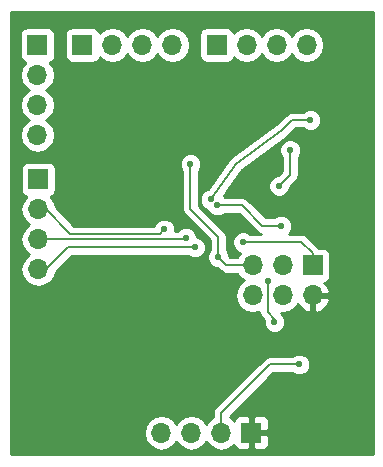
<source format=gbr>
G04 #@! TF.FileFunction,Copper,L2,Bot,Signal*
%FSLAX46Y46*%
G04 Gerber Fmt 4.6, Leading zero omitted, Abs format (unit mm)*
G04 Created by KiCad (PCBNEW 4.0.7) date 11/26/17 09:03:08*
%MOMM*%
%LPD*%
G01*
G04 APERTURE LIST*
%ADD10C,0.100000*%
%ADD11R,1.700000X1.700000*%
%ADD12O,1.700000X1.700000*%
%ADD13C,0.590000*%
%ADD14C,0.160000*%
%ADD15C,0.254000*%
G04 APERTURE END LIST*
D10*
D11*
X175768000Y-126111000D03*
D12*
X175768000Y-128651000D03*
X173228000Y-126111000D03*
X173228000Y-128651000D03*
X170688000Y-126111000D03*
X170688000Y-128651000D03*
D11*
X170561000Y-140271500D03*
D12*
X168021000Y-140271500D03*
X165481000Y-140271500D03*
X162941000Y-140271500D03*
D11*
X152463500Y-107442000D03*
D12*
X152463500Y-109982000D03*
X152463500Y-112522000D03*
X152463500Y-115062000D03*
D11*
X152527000Y-118808500D03*
D12*
X152527000Y-121348500D03*
X152527000Y-123888500D03*
X152527000Y-126428500D03*
D11*
X167640000Y-107442000D03*
D12*
X170180000Y-107442000D03*
X172720000Y-107442000D03*
X175260000Y-107442000D03*
D11*
X156273500Y-107442000D03*
D12*
X158813500Y-107442000D03*
X161353500Y-107442000D03*
X163893500Y-107442000D03*
D13*
X172783500Y-120586500D03*
X176022000Y-122174000D03*
X164147500Y-119443500D03*
X164084000Y-117856000D03*
X160020000Y-135699500D03*
X180149500Y-114998500D03*
X163893500Y-128143000D03*
X171958000Y-127444500D03*
X172529500Y-130873500D03*
X174625000Y-134493000D03*
X169862500Y-124142500D03*
X163195000Y-123063000D03*
X165036500Y-123761500D03*
X165798500Y-124587000D03*
X173863000Y-116332000D03*
X172910500Y-119380000D03*
X167703500Y-121031000D03*
X173101000Y-122745500D03*
X165417500Y-117538500D03*
X167767000Y-125412500D03*
X167132000Y-120523000D03*
X175577500Y-113792000D03*
D14*
X173736000Y-121539000D02*
X172783500Y-120586500D01*
X175387000Y-121539000D02*
X173736000Y-121539000D01*
X176022000Y-122174000D02*
X175387000Y-121539000D01*
X171958000Y-127444500D02*
X171958000Y-130048000D01*
X171958000Y-130048000D02*
X172529500Y-130619500D01*
X172529500Y-130619500D02*
X172529500Y-130873500D01*
X168021000Y-140271500D02*
X168021000Y-138620500D01*
X172148500Y-134493000D02*
X174625000Y-134493000D01*
X168021000Y-138620500D02*
X172148500Y-134493000D01*
X175768000Y-126111000D02*
X175768000Y-125095000D01*
X174815500Y-124142500D02*
X169862500Y-124142500D01*
X175768000Y-125095000D02*
X174815500Y-124142500D01*
X152527000Y-121348500D02*
X153162000Y-121348500D01*
X153162000Y-121348500D02*
X155257500Y-123444000D01*
X155257500Y-123444000D02*
X162814000Y-123444000D01*
X162814000Y-123444000D02*
X163195000Y-123063000D01*
X152527000Y-123888500D02*
X164909500Y-123888500D01*
X164909500Y-123888500D02*
X165036500Y-123761500D01*
X152527000Y-126428500D02*
X153225500Y-126428500D01*
X153225500Y-126428500D02*
X155067000Y-124587000D01*
X155067000Y-124587000D02*
X165798500Y-124587000D01*
X173863000Y-118427500D02*
X173863000Y-116332000D01*
X172910500Y-119380000D02*
X173863000Y-118427500D01*
X167703500Y-121031000D02*
X169799000Y-121031000D01*
X171513500Y-122745500D02*
X173101000Y-122745500D01*
X169799000Y-121031000D02*
X171513500Y-122745500D01*
X167767000Y-123698000D02*
X165417500Y-121348500D01*
X165417500Y-121348500D02*
X165417500Y-117538500D01*
X167767000Y-125412500D02*
X167767000Y-123698000D01*
X170688000Y-126111000D02*
X168465500Y-126111000D01*
X168465500Y-126111000D02*
X167767000Y-125412500D01*
X167132000Y-120523000D02*
X169291000Y-117538500D01*
X174053500Y-113792000D02*
X175577500Y-113792000D01*
X173164500Y-114681000D02*
X174053500Y-113792000D01*
X169291000Y-117538500D02*
X173164500Y-114681000D01*
D15*
G36*
X180836500Y-142101500D02*
X150189000Y-142101500D01*
X150189000Y-140242407D01*
X161456000Y-140242407D01*
X161456000Y-140300593D01*
X161569039Y-140868878D01*
X161890946Y-141350647D01*
X162372715Y-141672554D01*
X162941000Y-141785593D01*
X163509285Y-141672554D01*
X163991054Y-141350647D01*
X164211000Y-141021474D01*
X164430946Y-141350647D01*
X164912715Y-141672554D01*
X165481000Y-141785593D01*
X166049285Y-141672554D01*
X166531054Y-141350647D01*
X166751000Y-141021474D01*
X166970946Y-141350647D01*
X167452715Y-141672554D01*
X168021000Y-141785593D01*
X168589285Y-141672554D01*
X169071054Y-141350647D01*
X169100403Y-141306723D01*
X169172673Y-141481198D01*
X169351301Y-141659827D01*
X169584690Y-141756500D01*
X170275250Y-141756500D01*
X170434000Y-141597750D01*
X170434000Y-140398500D01*
X170688000Y-140398500D01*
X170688000Y-141597750D01*
X170846750Y-141756500D01*
X171537310Y-141756500D01*
X171770699Y-141659827D01*
X171949327Y-141481198D01*
X172046000Y-141247809D01*
X172046000Y-140557250D01*
X171887250Y-140398500D01*
X170688000Y-140398500D01*
X170434000Y-140398500D01*
X170414000Y-140398500D01*
X170414000Y-140144500D01*
X170434000Y-140144500D01*
X170434000Y-138945250D01*
X170688000Y-138945250D01*
X170688000Y-140144500D01*
X171887250Y-140144500D01*
X172046000Y-139985750D01*
X172046000Y-139295191D01*
X171949327Y-139061802D01*
X171770699Y-138883173D01*
X171537310Y-138786500D01*
X170846750Y-138786500D01*
X170688000Y-138945250D01*
X170434000Y-138945250D01*
X170275250Y-138786500D01*
X169584690Y-138786500D01*
X169351301Y-138883173D01*
X169172673Y-139061802D01*
X169100403Y-139236277D01*
X169071054Y-139192353D01*
X168736000Y-138968478D01*
X168736000Y-138916662D01*
X172444663Y-135208000D01*
X174024680Y-135208000D01*
X174097509Y-135280956D01*
X174439200Y-135422838D01*
X174809177Y-135423161D01*
X175151115Y-135281876D01*
X175412956Y-135020491D01*
X175554838Y-134678800D01*
X175555161Y-134308823D01*
X175413876Y-133966885D01*
X175152491Y-133705044D01*
X174810800Y-133563162D01*
X174440823Y-133562839D01*
X174098885Y-133704124D01*
X174024880Y-133778000D01*
X172148500Y-133778000D01*
X171874881Y-133832426D01*
X171642918Y-133987419D01*
X167515419Y-138114919D01*
X167360426Y-138346881D01*
X167306000Y-138620500D01*
X167306000Y-138968478D01*
X166970946Y-139192353D01*
X166751000Y-139521526D01*
X166531054Y-139192353D01*
X166049285Y-138870446D01*
X165481000Y-138757407D01*
X164912715Y-138870446D01*
X164430946Y-139192353D01*
X164211000Y-139521526D01*
X163991054Y-139192353D01*
X163509285Y-138870446D01*
X162941000Y-138757407D01*
X162372715Y-138870446D01*
X161890946Y-139192353D01*
X161569039Y-139674122D01*
X161456000Y-140242407D01*
X150189000Y-140242407D01*
X150189000Y-121348500D01*
X151012907Y-121348500D01*
X151125946Y-121916785D01*
X151447853Y-122398554D01*
X151777026Y-122618500D01*
X151447853Y-122838446D01*
X151125946Y-123320215D01*
X151012907Y-123888500D01*
X151125946Y-124456785D01*
X151447853Y-124938554D01*
X151777026Y-125158500D01*
X151447853Y-125378446D01*
X151125946Y-125860215D01*
X151012907Y-126428500D01*
X151125946Y-126996785D01*
X151447853Y-127478554D01*
X151929622Y-127800461D01*
X152497907Y-127913500D01*
X152556093Y-127913500D01*
X153124378Y-127800461D01*
X153606147Y-127478554D01*
X153928054Y-126996785D01*
X153992533Y-126672630D01*
X155363163Y-125302000D01*
X165198180Y-125302000D01*
X165271009Y-125374956D01*
X165612700Y-125516838D01*
X165982677Y-125517161D01*
X166324615Y-125375876D01*
X166586456Y-125114491D01*
X166728338Y-124772800D01*
X166728661Y-124402823D01*
X166587376Y-124060885D01*
X166325991Y-123799044D01*
X165984300Y-123657162D01*
X165966591Y-123657147D01*
X165966661Y-123577323D01*
X165825376Y-123235385D01*
X165563991Y-122973544D01*
X165222300Y-122831662D01*
X164852323Y-122831339D01*
X164510385Y-122972624D01*
X164309159Y-123173500D01*
X164124904Y-123173500D01*
X164125161Y-122878823D01*
X163983876Y-122536885D01*
X163722491Y-122275044D01*
X163380800Y-122133162D01*
X163010823Y-122132839D01*
X162668885Y-122274124D01*
X162407044Y-122535509D01*
X162326700Y-122729000D01*
X155553663Y-122729000D01*
X154008300Y-121183638D01*
X153928054Y-120780215D01*
X153606147Y-120298446D01*
X153564548Y-120270650D01*
X153612317Y-120261662D01*
X153828441Y-120122590D01*
X153973431Y-119910390D01*
X154024440Y-119658500D01*
X154024440Y-117958500D01*
X153980162Y-117723183D01*
X153979837Y-117722677D01*
X164487339Y-117722677D01*
X164628624Y-118064615D01*
X164702500Y-118138620D01*
X164702500Y-121348500D01*
X164756926Y-121622119D01*
X164911919Y-121854081D01*
X167052000Y-123994163D01*
X167052000Y-124812180D01*
X166979044Y-124885009D01*
X166837162Y-125226700D01*
X166836839Y-125596677D01*
X166978124Y-125938615D01*
X167239509Y-126200456D01*
X167581200Y-126342338D01*
X167685767Y-126342429D01*
X167959919Y-126616581D01*
X168191881Y-126771574D01*
X168465500Y-126826000D01*
X169394631Y-126826000D01*
X169637946Y-127190147D01*
X169923578Y-127381000D01*
X169637946Y-127571853D01*
X169316039Y-128053622D01*
X169203000Y-128621907D01*
X169203000Y-128680093D01*
X169316039Y-129248378D01*
X169637946Y-129730147D01*
X170119715Y-130052054D01*
X170688000Y-130165093D01*
X171244281Y-130054442D01*
X171297426Y-130321619D01*
X171452419Y-130553581D01*
X171599651Y-130700813D01*
X171599339Y-131057677D01*
X171740624Y-131399615D01*
X172002009Y-131661456D01*
X172343700Y-131803338D01*
X172713677Y-131803661D01*
X173055615Y-131662376D01*
X173317456Y-131400991D01*
X173459338Y-131059300D01*
X173459661Y-130689323D01*
X173318376Y-130347385D01*
X173113707Y-130142359D01*
X173228000Y-130165093D01*
X173796285Y-130052054D01*
X174278054Y-129730147D01*
X174505702Y-129389447D01*
X174572817Y-129532358D01*
X175001076Y-129922645D01*
X175411110Y-130092476D01*
X175641000Y-129971155D01*
X175641000Y-128778000D01*
X175895000Y-128778000D01*
X175895000Y-129971155D01*
X176124890Y-130092476D01*
X176534924Y-129922645D01*
X176963183Y-129532358D01*
X177209486Y-129007892D01*
X177088819Y-128778000D01*
X175895000Y-128778000D01*
X175641000Y-128778000D01*
X175621000Y-128778000D01*
X175621000Y-128524000D01*
X175641000Y-128524000D01*
X175641000Y-128504000D01*
X175895000Y-128504000D01*
X175895000Y-128524000D01*
X177088819Y-128524000D01*
X177209486Y-128294108D01*
X176963183Y-127769642D01*
X176757496Y-127582192D01*
X176853317Y-127564162D01*
X177069441Y-127425090D01*
X177214431Y-127212890D01*
X177265440Y-126961000D01*
X177265440Y-125261000D01*
X177221162Y-125025683D01*
X177082090Y-124809559D01*
X176869890Y-124664569D01*
X176618000Y-124613560D01*
X176289712Y-124613560D01*
X176273581Y-124589418D01*
X175321081Y-123636919D01*
X175089119Y-123481926D01*
X174815500Y-123427500D01*
X173734177Y-123427500D01*
X173888956Y-123272991D01*
X174030838Y-122931300D01*
X174031161Y-122561323D01*
X173889876Y-122219385D01*
X173628491Y-121957544D01*
X173286800Y-121815662D01*
X172916823Y-121815339D01*
X172574885Y-121956624D01*
X172500880Y-122030500D01*
X171809662Y-122030500D01*
X170304581Y-120525419D01*
X170072619Y-120370426D01*
X169799000Y-120316000D01*
X168303820Y-120316000D01*
X168230991Y-120243044D01*
X168220226Y-120238574D01*
X168708087Y-119564177D01*
X171980339Y-119564177D01*
X172121624Y-119906115D01*
X172383009Y-120167956D01*
X172724700Y-120309838D01*
X173094677Y-120310161D01*
X173436615Y-120168876D01*
X173698456Y-119907491D01*
X173840338Y-119565800D01*
X173840429Y-119461233D01*
X174368581Y-118933082D01*
X174523574Y-118701119D01*
X174545453Y-118591124D01*
X174578000Y-118427500D01*
X174578000Y-116932320D01*
X174650956Y-116859491D01*
X174792838Y-116517800D01*
X174793161Y-116147823D01*
X174651876Y-115805885D01*
X174390491Y-115544044D01*
X174048800Y-115402162D01*
X173678823Y-115401839D01*
X173336885Y-115543124D01*
X173075044Y-115804509D01*
X172933162Y-116146200D01*
X172932839Y-116516177D01*
X173074124Y-116858115D01*
X173148000Y-116932120D01*
X173148000Y-118131337D01*
X172829409Y-118449929D01*
X172726323Y-118449839D01*
X172384385Y-118591124D01*
X172122544Y-118852509D01*
X171980662Y-119194200D01*
X171980339Y-119564177D01*
X168708087Y-119564177D01*
X169805053Y-118047784D01*
X173588959Y-115256378D01*
X173625263Y-115216528D01*
X173670081Y-115186581D01*
X174349662Y-114507000D01*
X174977180Y-114507000D01*
X175050009Y-114579956D01*
X175391700Y-114721838D01*
X175761677Y-114722161D01*
X176103615Y-114580876D01*
X176365456Y-114319491D01*
X176507338Y-113977800D01*
X176507661Y-113607823D01*
X176366376Y-113265885D01*
X176104991Y-113004044D01*
X175763300Y-112862162D01*
X175393323Y-112861839D01*
X175051385Y-113003124D01*
X174977380Y-113077000D01*
X174053500Y-113077000D01*
X173779881Y-113131426D01*
X173578650Y-113265885D01*
X173547919Y-113286419D01*
X172696864Y-114137474D01*
X168866541Y-116963122D01*
X168792389Y-117044519D01*
X168711689Y-117119425D01*
X166911577Y-119607815D01*
X166605885Y-119734124D01*
X166344044Y-119995509D01*
X166202162Y-120337200D01*
X166201839Y-120707177D01*
X166343124Y-121049115D01*
X166604509Y-121310956D01*
X166856075Y-121415415D01*
X166914624Y-121557115D01*
X167176009Y-121818956D01*
X167517700Y-121960838D01*
X167887677Y-121961161D01*
X168229615Y-121819876D01*
X168303620Y-121746000D01*
X169502838Y-121746000D01*
X171007919Y-123251081D01*
X171239881Y-123406074D01*
X171347597Y-123427500D01*
X170462820Y-123427500D01*
X170389991Y-123354544D01*
X170048300Y-123212662D01*
X169678323Y-123212339D01*
X169336385Y-123353624D01*
X169074544Y-123615009D01*
X168932662Y-123956700D01*
X168932339Y-124326677D01*
X169073624Y-124668615D01*
X169335009Y-124930456D01*
X169625187Y-125050948D01*
X169394631Y-125396000D01*
X168761662Y-125396000D01*
X168697071Y-125331409D01*
X168697161Y-125228323D01*
X168555876Y-124886385D01*
X168482000Y-124812380D01*
X168482000Y-123698000D01*
X168427574Y-123424381D01*
X168326418Y-123272991D01*
X168272582Y-123192419D01*
X166132500Y-121052338D01*
X166132500Y-118138820D01*
X166205456Y-118065991D01*
X166347338Y-117724300D01*
X166347661Y-117354323D01*
X166206376Y-117012385D01*
X165944991Y-116750544D01*
X165603300Y-116608662D01*
X165233323Y-116608339D01*
X164891385Y-116749624D01*
X164629544Y-117011009D01*
X164487662Y-117352700D01*
X164487339Y-117722677D01*
X153979837Y-117722677D01*
X153841090Y-117507059D01*
X153628890Y-117362069D01*
X153377000Y-117311060D01*
X151677000Y-117311060D01*
X151441683Y-117355338D01*
X151225559Y-117494410D01*
X151080569Y-117706610D01*
X151029560Y-117958500D01*
X151029560Y-119658500D01*
X151073838Y-119893817D01*
X151212910Y-120109941D01*
X151425110Y-120254931D01*
X151492541Y-120268586D01*
X151447853Y-120298446D01*
X151125946Y-120780215D01*
X151012907Y-121348500D01*
X150189000Y-121348500D01*
X150189000Y-109982000D01*
X150949407Y-109982000D01*
X151062446Y-110550285D01*
X151384353Y-111032054D01*
X151713526Y-111252000D01*
X151384353Y-111471946D01*
X151062446Y-111953715D01*
X150949407Y-112522000D01*
X151062446Y-113090285D01*
X151384353Y-113572054D01*
X151713526Y-113792000D01*
X151384353Y-114011946D01*
X151062446Y-114493715D01*
X150949407Y-115062000D01*
X151062446Y-115630285D01*
X151384353Y-116112054D01*
X151866122Y-116433961D01*
X152434407Y-116547000D01*
X152492593Y-116547000D01*
X153060878Y-116433961D01*
X153542647Y-116112054D01*
X153864554Y-115630285D01*
X153977593Y-115062000D01*
X153864554Y-114493715D01*
X153542647Y-114011946D01*
X153213474Y-113792000D01*
X153542647Y-113572054D01*
X153864554Y-113090285D01*
X153977593Y-112522000D01*
X153864554Y-111953715D01*
X153542647Y-111471946D01*
X153213474Y-111252000D01*
X153542647Y-111032054D01*
X153864554Y-110550285D01*
X153977593Y-109982000D01*
X153864554Y-109413715D01*
X153542647Y-108931946D01*
X153501048Y-108904150D01*
X153548817Y-108895162D01*
X153764941Y-108756090D01*
X153909931Y-108543890D01*
X153960940Y-108292000D01*
X153960940Y-106592000D01*
X154776060Y-106592000D01*
X154776060Y-108292000D01*
X154820338Y-108527317D01*
X154959410Y-108743441D01*
X155171610Y-108888431D01*
X155423500Y-108939440D01*
X157123500Y-108939440D01*
X157358817Y-108895162D01*
X157574941Y-108756090D01*
X157719931Y-108543890D01*
X157733586Y-108476459D01*
X157763446Y-108521147D01*
X158245215Y-108843054D01*
X158813500Y-108956093D01*
X159381785Y-108843054D01*
X159863554Y-108521147D01*
X160083500Y-108191974D01*
X160303446Y-108521147D01*
X160785215Y-108843054D01*
X161353500Y-108956093D01*
X161921785Y-108843054D01*
X162403554Y-108521147D01*
X162623500Y-108191974D01*
X162843446Y-108521147D01*
X163325215Y-108843054D01*
X163893500Y-108956093D01*
X164461785Y-108843054D01*
X164943554Y-108521147D01*
X165265461Y-108039378D01*
X165378500Y-107471093D01*
X165378500Y-107412907D01*
X165265461Y-106844622D01*
X165096665Y-106592000D01*
X166142560Y-106592000D01*
X166142560Y-108292000D01*
X166186838Y-108527317D01*
X166325910Y-108743441D01*
X166538110Y-108888431D01*
X166790000Y-108939440D01*
X168490000Y-108939440D01*
X168725317Y-108895162D01*
X168941441Y-108756090D01*
X169086431Y-108543890D01*
X169100086Y-108476459D01*
X169129946Y-108521147D01*
X169611715Y-108843054D01*
X170180000Y-108956093D01*
X170748285Y-108843054D01*
X171230054Y-108521147D01*
X171450000Y-108191974D01*
X171669946Y-108521147D01*
X172151715Y-108843054D01*
X172720000Y-108956093D01*
X173288285Y-108843054D01*
X173770054Y-108521147D01*
X173990000Y-108191974D01*
X174209946Y-108521147D01*
X174691715Y-108843054D01*
X175260000Y-108956093D01*
X175828285Y-108843054D01*
X176310054Y-108521147D01*
X176631961Y-108039378D01*
X176745000Y-107471093D01*
X176745000Y-107412907D01*
X176631961Y-106844622D01*
X176310054Y-106362853D01*
X175828285Y-106040946D01*
X175260000Y-105927907D01*
X174691715Y-106040946D01*
X174209946Y-106362853D01*
X173990000Y-106692026D01*
X173770054Y-106362853D01*
X173288285Y-106040946D01*
X172720000Y-105927907D01*
X172151715Y-106040946D01*
X171669946Y-106362853D01*
X171450000Y-106692026D01*
X171230054Y-106362853D01*
X170748285Y-106040946D01*
X170180000Y-105927907D01*
X169611715Y-106040946D01*
X169129946Y-106362853D01*
X169102150Y-106404452D01*
X169093162Y-106356683D01*
X168954090Y-106140559D01*
X168741890Y-105995569D01*
X168490000Y-105944560D01*
X166790000Y-105944560D01*
X166554683Y-105988838D01*
X166338559Y-106127910D01*
X166193569Y-106340110D01*
X166142560Y-106592000D01*
X165096665Y-106592000D01*
X164943554Y-106362853D01*
X164461785Y-106040946D01*
X163893500Y-105927907D01*
X163325215Y-106040946D01*
X162843446Y-106362853D01*
X162623500Y-106692026D01*
X162403554Y-106362853D01*
X161921785Y-106040946D01*
X161353500Y-105927907D01*
X160785215Y-106040946D01*
X160303446Y-106362853D01*
X160083500Y-106692026D01*
X159863554Y-106362853D01*
X159381785Y-106040946D01*
X158813500Y-105927907D01*
X158245215Y-106040946D01*
X157763446Y-106362853D01*
X157735650Y-106404452D01*
X157726662Y-106356683D01*
X157587590Y-106140559D01*
X157375390Y-105995569D01*
X157123500Y-105944560D01*
X155423500Y-105944560D01*
X155188183Y-105988838D01*
X154972059Y-106127910D01*
X154827069Y-106340110D01*
X154776060Y-106592000D01*
X153960940Y-106592000D01*
X153916662Y-106356683D01*
X153777590Y-106140559D01*
X153565390Y-105995569D01*
X153313500Y-105944560D01*
X151613500Y-105944560D01*
X151378183Y-105988838D01*
X151162059Y-106127910D01*
X151017069Y-106340110D01*
X150966060Y-106592000D01*
X150966060Y-108292000D01*
X151010338Y-108527317D01*
X151149410Y-108743441D01*
X151361610Y-108888431D01*
X151429041Y-108902086D01*
X151384353Y-108931946D01*
X151062446Y-109413715D01*
X150949407Y-109982000D01*
X150189000Y-109982000D01*
X150189000Y-104648000D01*
X180836500Y-104648000D01*
X180836500Y-142101500D01*
X180836500Y-142101500D01*
G37*
X180836500Y-142101500D02*
X150189000Y-142101500D01*
X150189000Y-140242407D01*
X161456000Y-140242407D01*
X161456000Y-140300593D01*
X161569039Y-140868878D01*
X161890946Y-141350647D01*
X162372715Y-141672554D01*
X162941000Y-141785593D01*
X163509285Y-141672554D01*
X163991054Y-141350647D01*
X164211000Y-141021474D01*
X164430946Y-141350647D01*
X164912715Y-141672554D01*
X165481000Y-141785593D01*
X166049285Y-141672554D01*
X166531054Y-141350647D01*
X166751000Y-141021474D01*
X166970946Y-141350647D01*
X167452715Y-141672554D01*
X168021000Y-141785593D01*
X168589285Y-141672554D01*
X169071054Y-141350647D01*
X169100403Y-141306723D01*
X169172673Y-141481198D01*
X169351301Y-141659827D01*
X169584690Y-141756500D01*
X170275250Y-141756500D01*
X170434000Y-141597750D01*
X170434000Y-140398500D01*
X170688000Y-140398500D01*
X170688000Y-141597750D01*
X170846750Y-141756500D01*
X171537310Y-141756500D01*
X171770699Y-141659827D01*
X171949327Y-141481198D01*
X172046000Y-141247809D01*
X172046000Y-140557250D01*
X171887250Y-140398500D01*
X170688000Y-140398500D01*
X170434000Y-140398500D01*
X170414000Y-140398500D01*
X170414000Y-140144500D01*
X170434000Y-140144500D01*
X170434000Y-138945250D01*
X170688000Y-138945250D01*
X170688000Y-140144500D01*
X171887250Y-140144500D01*
X172046000Y-139985750D01*
X172046000Y-139295191D01*
X171949327Y-139061802D01*
X171770699Y-138883173D01*
X171537310Y-138786500D01*
X170846750Y-138786500D01*
X170688000Y-138945250D01*
X170434000Y-138945250D01*
X170275250Y-138786500D01*
X169584690Y-138786500D01*
X169351301Y-138883173D01*
X169172673Y-139061802D01*
X169100403Y-139236277D01*
X169071054Y-139192353D01*
X168736000Y-138968478D01*
X168736000Y-138916662D01*
X172444663Y-135208000D01*
X174024680Y-135208000D01*
X174097509Y-135280956D01*
X174439200Y-135422838D01*
X174809177Y-135423161D01*
X175151115Y-135281876D01*
X175412956Y-135020491D01*
X175554838Y-134678800D01*
X175555161Y-134308823D01*
X175413876Y-133966885D01*
X175152491Y-133705044D01*
X174810800Y-133563162D01*
X174440823Y-133562839D01*
X174098885Y-133704124D01*
X174024880Y-133778000D01*
X172148500Y-133778000D01*
X171874881Y-133832426D01*
X171642918Y-133987419D01*
X167515419Y-138114919D01*
X167360426Y-138346881D01*
X167306000Y-138620500D01*
X167306000Y-138968478D01*
X166970946Y-139192353D01*
X166751000Y-139521526D01*
X166531054Y-139192353D01*
X166049285Y-138870446D01*
X165481000Y-138757407D01*
X164912715Y-138870446D01*
X164430946Y-139192353D01*
X164211000Y-139521526D01*
X163991054Y-139192353D01*
X163509285Y-138870446D01*
X162941000Y-138757407D01*
X162372715Y-138870446D01*
X161890946Y-139192353D01*
X161569039Y-139674122D01*
X161456000Y-140242407D01*
X150189000Y-140242407D01*
X150189000Y-121348500D01*
X151012907Y-121348500D01*
X151125946Y-121916785D01*
X151447853Y-122398554D01*
X151777026Y-122618500D01*
X151447853Y-122838446D01*
X151125946Y-123320215D01*
X151012907Y-123888500D01*
X151125946Y-124456785D01*
X151447853Y-124938554D01*
X151777026Y-125158500D01*
X151447853Y-125378446D01*
X151125946Y-125860215D01*
X151012907Y-126428500D01*
X151125946Y-126996785D01*
X151447853Y-127478554D01*
X151929622Y-127800461D01*
X152497907Y-127913500D01*
X152556093Y-127913500D01*
X153124378Y-127800461D01*
X153606147Y-127478554D01*
X153928054Y-126996785D01*
X153992533Y-126672630D01*
X155363163Y-125302000D01*
X165198180Y-125302000D01*
X165271009Y-125374956D01*
X165612700Y-125516838D01*
X165982677Y-125517161D01*
X166324615Y-125375876D01*
X166586456Y-125114491D01*
X166728338Y-124772800D01*
X166728661Y-124402823D01*
X166587376Y-124060885D01*
X166325991Y-123799044D01*
X165984300Y-123657162D01*
X165966591Y-123657147D01*
X165966661Y-123577323D01*
X165825376Y-123235385D01*
X165563991Y-122973544D01*
X165222300Y-122831662D01*
X164852323Y-122831339D01*
X164510385Y-122972624D01*
X164309159Y-123173500D01*
X164124904Y-123173500D01*
X164125161Y-122878823D01*
X163983876Y-122536885D01*
X163722491Y-122275044D01*
X163380800Y-122133162D01*
X163010823Y-122132839D01*
X162668885Y-122274124D01*
X162407044Y-122535509D01*
X162326700Y-122729000D01*
X155553663Y-122729000D01*
X154008300Y-121183638D01*
X153928054Y-120780215D01*
X153606147Y-120298446D01*
X153564548Y-120270650D01*
X153612317Y-120261662D01*
X153828441Y-120122590D01*
X153973431Y-119910390D01*
X154024440Y-119658500D01*
X154024440Y-117958500D01*
X153980162Y-117723183D01*
X153979837Y-117722677D01*
X164487339Y-117722677D01*
X164628624Y-118064615D01*
X164702500Y-118138620D01*
X164702500Y-121348500D01*
X164756926Y-121622119D01*
X164911919Y-121854081D01*
X167052000Y-123994163D01*
X167052000Y-124812180D01*
X166979044Y-124885009D01*
X166837162Y-125226700D01*
X166836839Y-125596677D01*
X166978124Y-125938615D01*
X167239509Y-126200456D01*
X167581200Y-126342338D01*
X167685767Y-126342429D01*
X167959919Y-126616581D01*
X168191881Y-126771574D01*
X168465500Y-126826000D01*
X169394631Y-126826000D01*
X169637946Y-127190147D01*
X169923578Y-127381000D01*
X169637946Y-127571853D01*
X169316039Y-128053622D01*
X169203000Y-128621907D01*
X169203000Y-128680093D01*
X169316039Y-129248378D01*
X169637946Y-129730147D01*
X170119715Y-130052054D01*
X170688000Y-130165093D01*
X171244281Y-130054442D01*
X171297426Y-130321619D01*
X171452419Y-130553581D01*
X171599651Y-130700813D01*
X171599339Y-131057677D01*
X171740624Y-131399615D01*
X172002009Y-131661456D01*
X172343700Y-131803338D01*
X172713677Y-131803661D01*
X173055615Y-131662376D01*
X173317456Y-131400991D01*
X173459338Y-131059300D01*
X173459661Y-130689323D01*
X173318376Y-130347385D01*
X173113707Y-130142359D01*
X173228000Y-130165093D01*
X173796285Y-130052054D01*
X174278054Y-129730147D01*
X174505702Y-129389447D01*
X174572817Y-129532358D01*
X175001076Y-129922645D01*
X175411110Y-130092476D01*
X175641000Y-129971155D01*
X175641000Y-128778000D01*
X175895000Y-128778000D01*
X175895000Y-129971155D01*
X176124890Y-130092476D01*
X176534924Y-129922645D01*
X176963183Y-129532358D01*
X177209486Y-129007892D01*
X177088819Y-128778000D01*
X175895000Y-128778000D01*
X175641000Y-128778000D01*
X175621000Y-128778000D01*
X175621000Y-128524000D01*
X175641000Y-128524000D01*
X175641000Y-128504000D01*
X175895000Y-128504000D01*
X175895000Y-128524000D01*
X177088819Y-128524000D01*
X177209486Y-128294108D01*
X176963183Y-127769642D01*
X176757496Y-127582192D01*
X176853317Y-127564162D01*
X177069441Y-127425090D01*
X177214431Y-127212890D01*
X177265440Y-126961000D01*
X177265440Y-125261000D01*
X177221162Y-125025683D01*
X177082090Y-124809559D01*
X176869890Y-124664569D01*
X176618000Y-124613560D01*
X176289712Y-124613560D01*
X176273581Y-124589418D01*
X175321081Y-123636919D01*
X175089119Y-123481926D01*
X174815500Y-123427500D01*
X173734177Y-123427500D01*
X173888956Y-123272991D01*
X174030838Y-122931300D01*
X174031161Y-122561323D01*
X173889876Y-122219385D01*
X173628491Y-121957544D01*
X173286800Y-121815662D01*
X172916823Y-121815339D01*
X172574885Y-121956624D01*
X172500880Y-122030500D01*
X171809662Y-122030500D01*
X170304581Y-120525419D01*
X170072619Y-120370426D01*
X169799000Y-120316000D01*
X168303820Y-120316000D01*
X168230991Y-120243044D01*
X168220226Y-120238574D01*
X168708087Y-119564177D01*
X171980339Y-119564177D01*
X172121624Y-119906115D01*
X172383009Y-120167956D01*
X172724700Y-120309838D01*
X173094677Y-120310161D01*
X173436615Y-120168876D01*
X173698456Y-119907491D01*
X173840338Y-119565800D01*
X173840429Y-119461233D01*
X174368581Y-118933082D01*
X174523574Y-118701119D01*
X174545453Y-118591124D01*
X174578000Y-118427500D01*
X174578000Y-116932320D01*
X174650956Y-116859491D01*
X174792838Y-116517800D01*
X174793161Y-116147823D01*
X174651876Y-115805885D01*
X174390491Y-115544044D01*
X174048800Y-115402162D01*
X173678823Y-115401839D01*
X173336885Y-115543124D01*
X173075044Y-115804509D01*
X172933162Y-116146200D01*
X172932839Y-116516177D01*
X173074124Y-116858115D01*
X173148000Y-116932120D01*
X173148000Y-118131337D01*
X172829409Y-118449929D01*
X172726323Y-118449839D01*
X172384385Y-118591124D01*
X172122544Y-118852509D01*
X171980662Y-119194200D01*
X171980339Y-119564177D01*
X168708087Y-119564177D01*
X169805053Y-118047784D01*
X173588959Y-115256378D01*
X173625263Y-115216528D01*
X173670081Y-115186581D01*
X174349662Y-114507000D01*
X174977180Y-114507000D01*
X175050009Y-114579956D01*
X175391700Y-114721838D01*
X175761677Y-114722161D01*
X176103615Y-114580876D01*
X176365456Y-114319491D01*
X176507338Y-113977800D01*
X176507661Y-113607823D01*
X176366376Y-113265885D01*
X176104991Y-113004044D01*
X175763300Y-112862162D01*
X175393323Y-112861839D01*
X175051385Y-113003124D01*
X174977380Y-113077000D01*
X174053500Y-113077000D01*
X173779881Y-113131426D01*
X173578650Y-113265885D01*
X173547919Y-113286419D01*
X172696864Y-114137474D01*
X168866541Y-116963122D01*
X168792389Y-117044519D01*
X168711689Y-117119425D01*
X166911577Y-119607815D01*
X166605885Y-119734124D01*
X166344044Y-119995509D01*
X166202162Y-120337200D01*
X166201839Y-120707177D01*
X166343124Y-121049115D01*
X166604509Y-121310956D01*
X166856075Y-121415415D01*
X166914624Y-121557115D01*
X167176009Y-121818956D01*
X167517700Y-121960838D01*
X167887677Y-121961161D01*
X168229615Y-121819876D01*
X168303620Y-121746000D01*
X169502838Y-121746000D01*
X171007919Y-123251081D01*
X171239881Y-123406074D01*
X171347597Y-123427500D01*
X170462820Y-123427500D01*
X170389991Y-123354544D01*
X170048300Y-123212662D01*
X169678323Y-123212339D01*
X169336385Y-123353624D01*
X169074544Y-123615009D01*
X168932662Y-123956700D01*
X168932339Y-124326677D01*
X169073624Y-124668615D01*
X169335009Y-124930456D01*
X169625187Y-125050948D01*
X169394631Y-125396000D01*
X168761662Y-125396000D01*
X168697071Y-125331409D01*
X168697161Y-125228323D01*
X168555876Y-124886385D01*
X168482000Y-124812380D01*
X168482000Y-123698000D01*
X168427574Y-123424381D01*
X168326418Y-123272991D01*
X168272582Y-123192419D01*
X166132500Y-121052338D01*
X166132500Y-118138820D01*
X166205456Y-118065991D01*
X166347338Y-117724300D01*
X166347661Y-117354323D01*
X166206376Y-117012385D01*
X165944991Y-116750544D01*
X165603300Y-116608662D01*
X165233323Y-116608339D01*
X164891385Y-116749624D01*
X164629544Y-117011009D01*
X164487662Y-117352700D01*
X164487339Y-117722677D01*
X153979837Y-117722677D01*
X153841090Y-117507059D01*
X153628890Y-117362069D01*
X153377000Y-117311060D01*
X151677000Y-117311060D01*
X151441683Y-117355338D01*
X151225559Y-117494410D01*
X151080569Y-117706610D01*
X151029560Y-117958500D01*
X151029560Y-119658500D01*
X151073838Y-119893817D01*
X151212910Y-120109941D01*
X151425110Y-120254931D01*
X151492541Y-120268586D01*
X151447853Y-120298446D01*
X151125946Y-120780215D01*
X151012907Y-121348500D01*
X150189000Y-121348500D01*
X150189000Y-109982000D01*
X150949407Y-109982000D01*
X151062446Y-110550285D01*
X151384353Y-111032054D01*
X151713526Y-111252000D01*
X151384353Y-111471946D01*
X151062446Y-111953715D01*
X150949407Y-112522000D01*
X151062446Y-113090285D01*
X151384353Y-113572054D01*
X151713526Y-113792000D01*
X151384353Y-114011946D01*
X151062446Y-114493715D01*
X150949407Y-115062000D01*
X151062446Y-115630285D01*
X151384353Y-116112054D01*
X151866122Y-116433961D01*
X152434407Y-116547000D01*
X152492593Y-116547000D01*
X153060878Y-116433961D01*
X153542647Y-116112054D01*
X153864554Y-115630285D01*
X153977593Y-115062000D01*
X153864554Y-114493715D01*
X153542647Y-114011946D01*
X153213474Y-113792000D01*
X153542647Y-113572054D01*
X153864554Y-113090285D01*
X153977593Y-112522000D01*
X153864554Y-111953715D01*
X153542647Y-111471946D01*
X153213474Y-111252000D01*
X153542647Y-111032054D01*
X153864554Y-110550285D01*
X153977593Y-109982000D01*
X153864554Y-109413715D01*
X153542647Y-108931946D01*
X153501048Y-108904150D01*
X153548817Y-108895162D01*
X153764941Y-108756090D01*
X153909931Y-108543890D01*
X153960940Y-108292000D01*
X153960940Y-106592000D01*
X154776060Y-106592000D01*
X154776060Y-108292000D01*
X154820338Y-108527317D01*
X154959410Y-108743441D01*
X155171610Y-108888431D01*
X155423500Y-108939440D01*
X157123500Y-108939440D01*
X157358817Y-108895162D01*
X157574941Y-108756090D01*
X157719931Y-108543890D01*
X157733586Y-108476459D01*
X157763446Y-108521147D01*
X158245215Y-108843054D01*
X158813500Y-108956093D01*
X159381785Y-108843054D01*
X159863554Y-108521147D01*
X160083500Y-108191974D01*
X160303446Y-108521147D01*
X160785215Y-108843054D01*
X161353500Y-108956093D01*
X161921785Y-108843054D01*
X162403554Y-108521147D01*
X162623500Y-108191974D01*
X162843446Y-108521147D01*
X163325215Y-108843054D01*
X163893500Y-108956093D01*
X164461785Y-108843054D01*
X164943554Y-108521147D01*
X165265461Y-108039378D01*
X165378500Y-107471093D01*
X165378500Y-107412907D01*
X165265461Y-106844622D01*
X165096665Y-106592000D01*
X166142560Y-106592000D01*
X166142560Y-108292000D01*
X166186838Y-108527317D01*
X166325910Y-108743441D01*
X166538110Y-108888431D01*
X166790000Y-108939440D01*
X168490000Y-108939440D01*
X168725317Y-108895162D01*
X168941441Y-108756090D01*
X169086431Y-108543890D01*
X169100086Y-108476459D01*
X169129946Y-108521147D01*
X169611715Y-108843054D01*
X170180000Y-108956093D01*
X170748285Y-108843054D01*
X171230054Y-108521147D01*
X171450000Y-108191974D01*
X171669946Y-108521147D01*
X172151715Y-108843054D01*
X172720000Y-108956093D01*
X173288285Y-108843054D01*
X173770054Y-108521147D01*
X173990000Y-108191974D01*
X174209946Y-108521147D01*
X174691715Y-108843054D01*
X175260000Y-108956093D01*
X175828285Y-108843054D01*
X176310054Y-108521147D01*
X176631961Y-108039378D01*
X176745000Y-107471093D01*
X176745000Y-107412907D01*
X176631961Y-106844622D01*
X176310054Y-106362853D01*
X175828285Y-106040946D01*
X175260000Y-105927907D01*
X174691715Y-106040946D01*
X174209946Y-106362853D01*
X173990000Y-106692026D01*
X173770054Y-106362853D01*
X173288285Y-106040946D01*
X172720000Y-105927907D01*
X172151715Y-106040946D01*
X171669946Y-106362853D01*
X171450000Y-106692026D01*
X171230054Y-106362853D01*
X170748285Y-106040946D01*
X170180000Y-105927907D01*
X169611715Y-106040946D01*
X169129946Y-106362853D01*
X169102150Y-106404452D01*
X169093162Y-106356683D01*
X168954090Y-106140559D01*
X168741890Y-105995569D01*
X168490000Y-105944560D01*
X166790000Y-105944560D01*
X166554683Y-105988838D01*
X166338559Y-106127910D01*
X166193569Y-106340110D01*
X166142560Y-106592000D01*
X165096665Y-106592000D01*
X164943554Y-106362853D01*
X164461785Y-106040946D01*
X163893500Y-105927907D01*
X163325215Y-106040946D01*
X162843446Y-106362853D01*
X162623500Y-106692026D01*
X162403554Y-106362853D01*
X161921785Y-106040946D01*
X161353500Y-105927907D01*
X160785215Y-106040946D01*
X160303446Y-106362853D01*
X160083500Y-106692026D01*
X159863554Y-106362853D01*
X159381785Y-106040946D01*
X158813500Y-105927907D01*
X158245215Y-106040946D01*
X157763446Y-106362853D01*
X157735650Y-106404452D01*
X157726662Y-106356683D01*
X157587590Y-106140559D01*
X157375390Y-105995569D01*
X157123500Y-105944560D01*
X155423500Y-105944560D01*
X155188183Y-105988838D01*
X154972059Y-106127910D01*
X154827069Y-106340110D01*
X154776060Y-106592000D01*
X153960940Y-106592000D01*
X153916662Y-106356683D01*
X153777590Y-106140559D01*
X153565390Y-105995569D01*
X153313500Y-105944560D01*
X151613500Y-105944560D01*
X151378183Y-105988838D01*
X151162059Y-106127910D01*
X151017069Y-106340110D01*
X150966060Y-106592000D01*
X150966060Y-108292000D01*
X151010338Y-108527317D01*
X151149410Y-108743441D01*
X151361610Y-108888431D01*
X151429041Y-108902086D01*
X151384353Y-108931946D01*
X151062446Y-109413715D01*
X150949407Y-109982000D01*
X150189000Y-109982000D01*
X150189000Y-104648000D01*
X180836500Y-104648000D01*
X180836500Y-142101500D01*
M02*

</source>
